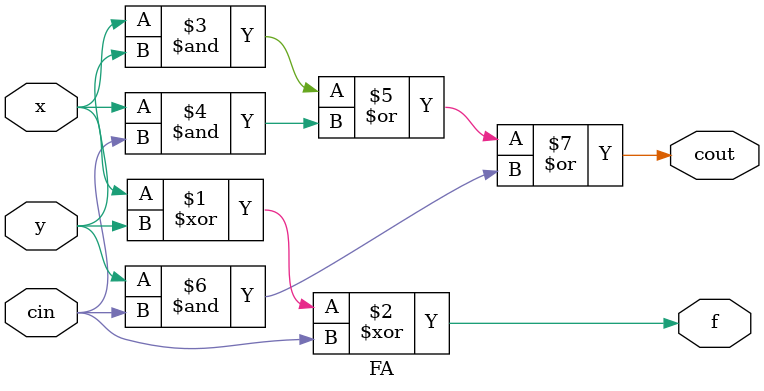
<source format=v>
module FA(
    output f,cout,
    input x,y,cin
);
    assign f= x ^ y ^ cin;
    assign cout= (x & y) | (x & cin) | (y & cin);
endmodule

</source>
